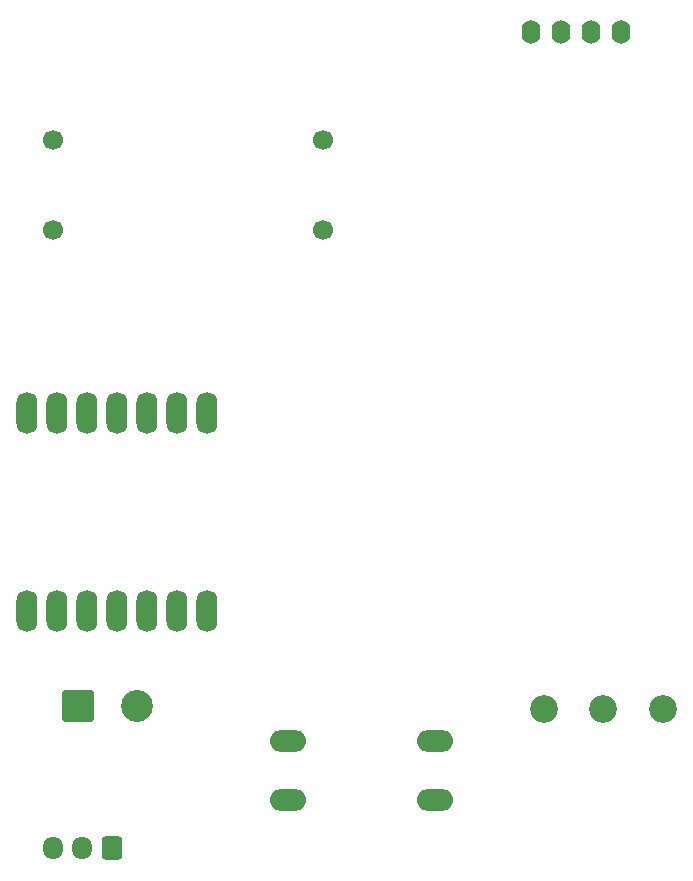
<source format=gbr>
%TF.GenerationSoftware,KiCad,Pcbnew,7.0.10*%
%TF.CreationDate,2024-02-12T12:18:25-08:00*%
%TF.ProjectId,PCB,5043422e-6b69-4636-9164-5f7063625858,1.0*%
%TF.SameCoordinates,Original*%
%TF.FileFunction,Soldermask,Bot*%
%TF.FilePolarity,Negative*%
%FSLAX46Y46*%
G04 Gerber Fmt 4.6, Leading zero omitted, Abs format (unit mm)*
G04 Created by KiCad (PCBNEW 7.0.10) date 2024-02-12 12:18:25*
%MOMM*%
%LPD*%
G01*
G04 APERTURE LIST*
G04 Aperture macros list*
%AMRoundRect*
0 Rectangle with rounded corners*
0 $1 Rounding radius*
0 $2 $3 $4 $5 $6 $7 $8 $9 X,Y pos of 4 corners*
0 Add a 4 corners polygon primitive as box body*
4,1,4,$2,$3,$4,$5,$6,$7,$8,$9,$2,$3,0*
0 Add four circle primitives for the rounded corners*
1,1,$1+$1,$2,$3*
1,1,$1+$1,$4,$5*
1,1,$1+$1,$6,$7*
1,1,$1+$1,$8,$9*
0 Add four rect primitives between the rounded corners*
20,1,$1+$1,$2,$3,$4,$5,0*
20,1,$1+$1,$4,$5,$6,$7,0*
20,1,$1+$1,$6,$7,$8,$9,0*
20,1,$1+$1,$8,$9,$2,$3,0*%
G04 Aperture macros list end*
%ADD10RoundRect,0.250000X0.600000X0.725000X-0.600000X0.725000X-0.600000X-0.725000X0.600000X-0.725000X0*%
%ADD11O,1.700000X1.950000*%
%ADD12RoundRect,0.250001X-1.099999X-1.099999X1.099999X-1.099999X1.099999X1.099999X-1.099999X1.099999X0*%
%ADD13C,2.700000*%
%ADD14C,2.340000*%
%ADD15O,1.778000X3.556000*%
%ADD16C,1.700000*%
%ADD17O,3.048000X1.850000*%
%ADD18O,1.600000X2.000000*%
G04 APERTURE END LIST*
D10*
%TO.C,SW1*%
X207475400Y-136711000D03*
D11*
X204975400Y-136711000D03*
X202475400Y-136711000D03*
%TD*%
D12*
%TO.C,BT1*%
X204639100Y-124654800D03*
D13*
X209639100Y-124654800D03*
%TD*%
D14*
%TO.C,RV1*%
X254096800Y-124904000D03*
X249096800Y-124904000D03*
X244096800Y-124904000D03*
%TD*%
D15*
%TO.C,U1*%
X200287200Y-99855600D03*
X202827200Y-99855600D03*
X205367200Y-99855600D03*
X207907200Y-99855600D03*
X210447200Y-99855600D03*
X212987200Y-99855600D03*
X215527200Y-99855600D03*
X200287200Y-116619600D03*
X202827200Y-116619600D03*
X205367200Y-116619600D03*
X207907200Y-116619600D03*
X210447200Y-116619600D03*
X212987200Y-116619600D03*
X215527200Y-116619600D03*
%TD*%
D16*
%TO.C,M1*%
X202522400Y-76716200D03*
X202522400Y-84336200D03*
X225382400Y-84336200D03*
X225382400Y-76716200D03*
%TD*%
D17*
%TO.C,SW2*%
X222346800Y-132604000D03*
X234846800Y-132604000D03*
X222346800Y-127604000D03*
X234846800Y-127604000D03*
%TD*%
D18*
%TO.C,OLED_Brd1*%
X250604600Y-67597600D03*
X248064600Y-67597600D03*
X245524600Y-67597600D03*
X242984600Y-67597600D03*
%TD*%
M02*

</source>
